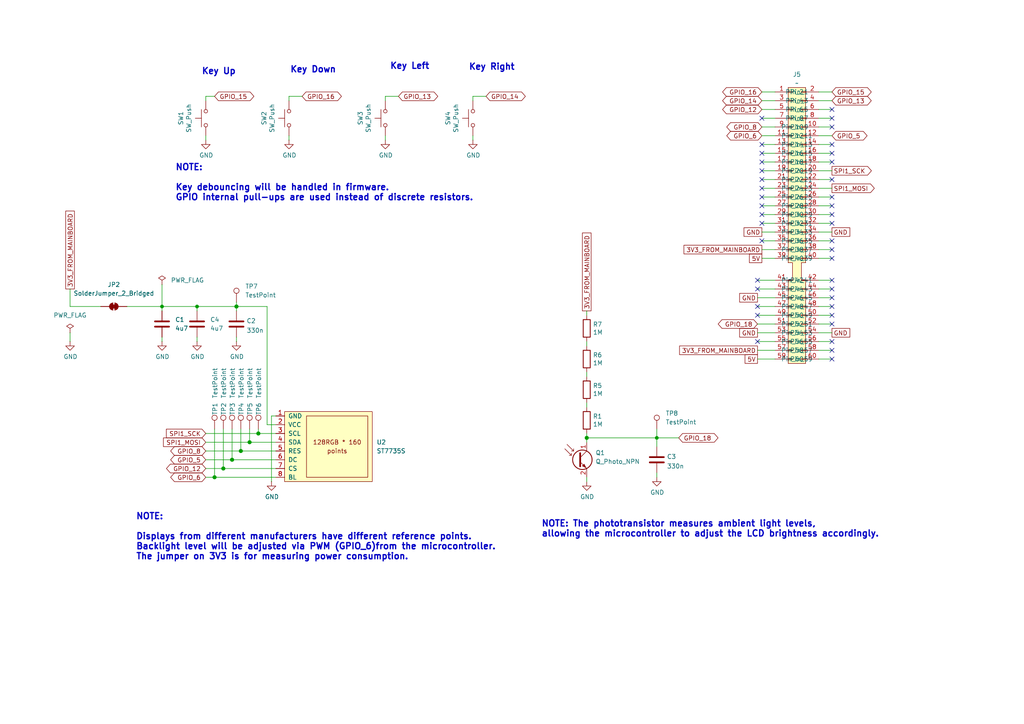
<source format=kicad_sch>
(kicad_sch (version 20250114) (generator "eeschema") (generator_version "9.0")
  (paper "A4")
  (lib_symbols
    (symbol "Connector:TestPoint" (pin_numbers (hide yes)) (pin_names (offset 0.762) (hide yes))
      (property "Reference" "TP" (at 0 6.858 0))
      (property "Value" "TestPoint" (at 0 5.08 0))
      (symbol "TestPoint_0_1"
        (circle (center 0 3.302) (radius 0.762))
      )
      (symbol "TestPoint_1_1"
        (pin passive line (at 0 0 90) (length 2.54) (name "1") (number "1"))
      )
    )
    (symbol "Device:C" (pin_numbers (hide yes)) (pin_names (offset 0.254))
      (property "Reference" "C" (at 0.635 2.54 0))
      (property "Value" "C" (at 0.635 -2.54 0))
      (symbol "C_0_1"
        (polyline (pts (xy -2.032 0.762) (xy 2.032 0.762)) (stroke (width 0.508)))
        (polyline (pts (xy -2.032 -0.762) (xy 2.032 -0.762)) (stroke (width 0.508)))
      )
      (symbol "C_1_1"
        (pin passive line (at 0 3.81 270) (length 2.794) (name "~") (number "1"))
        (pin passive line (at 0 -3.81 90) (length 2.794) (name "~") (number "2"))
      )
    )
    (symbol "Device:Q_Photo_NPN" (pin_names (offset 0) (hide yes))
      (property "Reference" "Q" (at 5.08 1.27 0))
      (property "Value" "Q_Photo_NPN" (at 5.08 -1.27 0))
      (symbol "Q_Photo_NPN_0_1"
        (polyline (pts (xy -3.81 3.175) (xy -1.905 1.27) (xy -1.905 1.905)))
        (polyline (pts (xy -3.175 4.445) (xy -1.27 2.54) (xy -1.27 3.175)))
        (polyline (pts (xy -1.905 1.27) (xy -2.54 1.27)))
        (polyline (pts (xy -1.27 2.54) (xy -1.905 2.54)))
        (polyline (pts (xy 0.635 1.905) (xy 0.635 -1.905) (xy 0.635 -1.905)) (stroke (width 0.508)))
        (polyline (pts (xy 0.635 0.635) (xy 2.54 2.54)))
        (polyline (pts (xy 0.635 -0.635) (xy 2.54 -2.54) (xy 2.54 -2.54)))
        (circle (center 1.27 0) (radius 2.8194) (stroke (width 0.254)))
        (polyline (pts (xy 1.27 -1.778) (xy 1.778 -1.27) (xy 2.286 -2.286) (xy 1.27 -1.778) (xy 1.27 -1.778)) (fill (type outline)))
      )
      (symbol "Q_Photo_NPN_1_1"
        (pin passive line (at 2.54 5.08 270) (length 2.54) (name "C") (number "1"))
        (pin passive line (at 2.54 -5.08 90) (length 2.54) (name "E") (number "2"))
      )
    )
    (symbol "Device:R" (pin_numbers (hide yes)) (pin_names (offset 0))
      (property "Reference" "R" (at 2.032 0 90))
      (property "Value" "R" (at 0 0 90))
      (symbol "R_0_1"
        (rectangle (start -1.016 -2.54) (end 1.016 2.54) (stroke (width 0.254)))
      )
      (symbol "R_1_1"
        (pin passive line (at 0 3.81 270) (length 1.27) (name "~") (number "1"))
        (pin passive line (at 0 -3.81 90) (length 1.27) (name "~") (number "2"))
      )
    )
    (symbol "HardwareDataLogger:ExtenionCardConnector"
      (property "Reference" "J" (at 0 0 0))
      (symbol "ExtenionCardConnector_1_1"
        (polyline (pts (xy -2.54 -2.54) (xy 2.54 -2.54) (xy 2.54 -53.34) (xy 1.27 -53.34) (xy 1.27 -58.42) (xy 2.54 -58.42) (xy 2.54 -82.55) (xy -2.54 -82.55) (xy -2.54 -58.42) (xy -1.27 -58.42) (xy -1.27 -53.34) (xy -2.54 -53.34) (xy -2.54 -2.54)) (fill (type background)))
        (rectangle (start -2.54 -3.683) (end -1.27 -3.937) (stroke (width 0.1524)))
        (rectangle (start -2.54 -6.223) (end -1.27 -6.477) (stroke (width 0.1524)))
        (rectangle (start -2.54 -8.763) (end -1.27 -9.017) (stroke (width 0.1524)))
        (rectangle (start -2.54 -11.303) (end -1.27 -11.557) (stroke (width 0.1524)))
        (rectangle (start -2.54 -13.843) (end -1.27 -14.097) (stroke (width 0.1524)))
        (rectangle (start -2.54 -16.383) (end -1.27 -16.637) (stroke (width 0.1524)))
        (rectangle (start -2.54 -18.923) (end -1.27 -19.177) (stroke (width 0.1524)))
        (rectangle (start -2.54 -21.463) (end -1.27 -21.717) (stroke (width 0.1524)))
        (rectangle (start -2.54 -24.003) (end -1.27 -24.257) (stroke (width 0.1524)))
        (rectangle (start -2.54 -26.543) (end -1.27 -26.797) (stroke (width 0.1524)))
        (rectangle (start -2.54 -29.083) (end -1.27 -29.337) (stroke (width 0.1524)))
        (rectangle (start -2.54 -31.623) (end -1.27 -31.877) (stroke (width 0.1524)))
        (rectangle (start -2.54 -34.163) (end -1.27 -34.417) (stroke (width 0.1524)))
        (rectangle (start -2.54 -36.703) (end -1.27 -36.957) (stroke (width 0.1524)))
        (rectangle (start -2.54 -39.243) (end -1.27 -39.497) (stroke (width 0.1524)))
        (rectangle (start -2.54 -41.783) (end -1.27 -42.037) (stroke (width 0.1524)))
        (rectangle (start -2.54 -44.323) (end -1.27 -44.577) (stroke (width 0.1524)))
        (rectangle (start -2.54 -46.863) (end -1.27 -47.117) (stroke (width 0.1524)))
        (rectangle (start -2.54 -49.403) (end -1.27 -49.657) (stroke (width 0.1524)))
        (rectangle (start -2.54 -51.943) (end -1.27 -52.197) (stroke (width 0.1524)))
        (rectangle (start -2.54 -58.293) (end -1.27 -58.547) (stroke (width 0.1524)))
        (rectangle (start -2.54 -60.833) (end -1.27 -61.087) (stroke (width 0.1524)))
        (rectangle (start -2.54 -63.373) (end -1.27 -63.627) (stroke (width 0.1524)))
        (rectangle (start -2.54 -65.913) (end -1.27 -66.167) (stroke (width 0.1524)))
        (rectangle (start -2.54 -68.453) (end -1.27 -68.707) (stroke (width 0.1524)))
        (rectangle (start -2.54 -70.993) (end -1.27 -71.247) (stroke (width 0.1524)))
        (rectangle (start -2.54 -73.533) (end -1.27 -73.787) (stroke (width 0.1524)))
        (rectangle (start -2.54 -76.073) (end -1.27 -76.327) (stroke (width 0.1524)))
        (rectangle (start -2.54 -78.613) (end -1.27 -78.867) (stroke (width 0.1524)))
        (rectangle (start -2.54 -81.153) (end -1.27 -81.407) (stroke (width 0.1524)))
        (rectangle (start 2.54 -3.683) (end 1.27 -3.937) (stroke (width 0.1524)))
        (rectangle (start 2.54 -6.223) (end 1.27 -6.477) (stroke (width 0.1524)))
        (rectangle (start 2.54 -8.763) (end 1.27 -9.017) (stroke (width 0.1524)))
        (rectangle (start 2.54 -11.303) (end 1.27 -11.557) (stroke (width 0.1524)))
        (rectangle (start 2.54 -13.843) (end 1.27 -14.097) (stroke (width 0.1524)))
        (rectangle (start 2.54 -16.383) (end 1.27 -16.637) (stroke (width 0.1524)))
        (rectangle (start 2.54 -18.923) (end 1.27 -19.177) (stroke (width 0.1524)))
        (rectangle (start 2.54 -21.463) (end 1.27 -21.717) (stroke (width 0.1524)))
        (rectangle (start 2.54 -24.003) (end 1.27 -24.257) (stroke (width 0.1524)))
        (rectangle (start 2.54 -26.543) (end 1.27 -26.797) (stroke (width 0.1524)))
        (rectangle (start 2.54 -29.083) (end 1.27 -29.337) (stroke (width 0.1524)))
        (rectangle (start 2.54 -31.623) (end 1.27 -31.877) (stroke (width 0.1524)))
        (rectangle (start 2.54 -34.163) (end 1.27 -34.417) (stroke (width 0.1524)))
        (rectangle (start 2.54 -36.703) (end 1.27 -36.957) (stroke (width 0.1524)))
        (rectangle (start 2.54 -39.243) (end 1.27 -39.497) (stroke (width 0.1524)))
        (rectangle (start 2.54 -41.783) (end 1.27 -42.037) (stroke (width 0.1524)))
        (rectangle (start 2.54 -44.323) (end 1.27 -44.577) (stroke (width 0.1524)))
        (rectangle (start 2.54 -46.863) (end 1.27 -47.117) (stroke (width 0.1524)))
        (rectangle (start 2.54 -49.403) (end 1.27 -49.657) (stroke (width 0.1524)))
        (rectangle (start 2.54 -51.943) (end 1.27 -52.197) (stroke (width 0.1524)))
        (rectangle (start 2.54 -58.293) (end 1.27 -58.547) (stroke (width 0.1524)))
        (rectangle (start 2.54 -60.833) (end 1.27 -61.087) (stroke (width 0.1524)))
        (rectangle (start 2.54 -63.373) (end 1.27 -63.627) (stroke (width 0.1524)))
        (rectangle (start 2.54 -65.913) (end 1.27 -66.167) (stroke (width 0.1524)))
        (rectangle (start 2.54 -68.453) (end 1.27 -68.707) (stroke (width 0.1524)))
        (rectangle (start 2.54 -70.993) (end 1.27 -71.247) (stroke (width 0.1524)))
        (rectangle (start 2.54 -73.533) (end 1.27 -73.787) (stroke (width 0.1524)))
        (rectangle (start 2.54 -76.073) (end 1.27 -76.327) (stroke (width 0.1524)))
        (rectangle (start 2.54 -78.613) (end 1.27 -78.867) (stroke (width 0.1524)))
        (rectangle (start 2.54 -81.153) (end 1.27 -81.407) (stroke (width 0.1524)))
        (pin passive line (at -6.35 -3.81 0) (length 3.81) (name "Pin_1") (number "1"))
        (pin passive line (at -6.35 -6.35 0) (length 3.81) (name "Pin_3") (number "3"))
        (pin passive line (at -6.35 -8.89 0) (length 3.81) (name "Pin_5") (number "5"))
        (pin passive line (at -6.35 -11.43 0) (length 3.81) (name "Pin_7") (number "7"))
        (pin passive line (at -6.35 -13.97 0) (length 3.81) (name "Pin_9") (number "9"))
        (pin passive line (at -6.35 -16.51 0) (length 3.81) (name "Pin_11") (number "11"))
        (pin passive line (at -6.35 -19.05 0) (length 3.81) (name "Pin_13") (number "13"))
        (pin passive line (at -6.35 -21.59 0) (length 3.81) (name "Pin_15") (number "15"))
        (pin passive line (at -6.35 -24.13 0) (length 3.81) (name "Pin_17") (number "17"))
        (pin passive line (at -6.35 -26.67 0) (length 3.81) (name "Pin_19") (number "19"))
        (pin passive line (at -6.35 -29.21 0) (length 3.81) (name "Pin_21") (number "21"))
        (pin passive line (at -6.35 -31.75 0) (length 3.81) (name "Pin_23") (number "23"))
        (pin passive line (at -6.35 -34.29 0) (length 3.81) (name "Pin_25") (number "25"))
        (pin passive line (at -6.35 -36.83 0) (length 3.81) (name "Pin_27") (number "27"))
        (pin passive line (at -6.35 -39.37 0) (length 3.81) (name "Pin_29") (number "29"))
        (pin passive line (at -6.35 -41.91 0) (length 3.81) (name "Pin_31") (number "31"))
        (pin passive line (at -6.35 -44.45 0) (length 3.81) (name "Pin_33") (number "33"))
        (pin passive line (at -6.35 -46.99 0) (length 3.81) (name "Pin_35") (number "35"))
        (pin passive line (at -6.35 -49.53 0) (length 3.81) (name "Pin_37") (number "37"))
        (pin passive line (at -6.35 -52.07 0) (length 3.81) (name "Pin_39") (number "39"))
        (pin passive line (at -6.35 -58.42 0) (length 3.81) (name "Pin_41") (number "41"))
        (pin passive line (at -6.35 -60.96 0) (length 3.81) (name "Pin_43") (number "43"))
        (pin passive line (at -6.35 -63.5 0) (length 3.81) (name "Pin_45") (number "45"))
        (pin passive line (at -6.35 -66.04 0) (length 3.81) (name "Pin_47") (number "47"))
        (pin passive line (at -6.35 -68.58 0) (length 3.81) (name "Pin_49") (number "49"))
        (pin passive line (at -6.35 -71.12 0) (length 3.81) (name "Pin_51") (number "51"))
        (pin passive line (at -6.35 -73.66 0) (length 3.81) (name "Pin_53") (number "53"))
        (pin passive line (at -6.35 -76.2 0) (length 3.81) (name "Pin_55") (number "55"))
        (pin passive line (at -6.35 -78.74 0) (length 3.81) (name "Pin_57") (number "57"))
        (pin passive line (at -6.35 -81.28 0) (length 3.81) (name "Pin_59") (number "59"))
        (pin passive line (at 6.35 -3.81 180) (length 3.81) (name "Pin_2") (number "2"))
        (pin passive line (at 6.35 -6.35 180) (length 3.81) (name "Pin_4") (number "4"))
        (pin passive line (at 6.35 -8.89 180) (length 3.81) (name "Pin_6") (number "6"))
        (pin passive line (at 6.35 -11.43 180) (length 3.81) (name "Pin_8") (number "8"))
        (pin passive line (at 6.35 -13.97 180) (length 3.81) (name "Pin_10") (number "10"))
        (pin passive line (at 6.35 -16.51 180) (length 3.81) (name "Pin_12") (number "12"))
        (pin passive line (at 6.35 -19.05 180) (length 3.81) (name "Pin_14") (number "14"))
        (pin passive line (at 6.35 -21.59 180) (length 3.81) (name "Pin_16") (number "16"))
        (pin passive line (at 6.35 -24.13 180) (length 3.81) (name "Pin_18") (number "18"))
        (pin passive line (at 6.35 -26.67 180) (length 3.81) (name "Pin_20") (number "20"))
        (pin passive line (at 6.35 -29.21 180) (length 3.81) (name "Pin_22") (number "22"))
        (pin passive line (at 6.35 -31.75 180) (length 3.81) (name "Pin_24") (number "24"))
        (pin passive line (at 6.35 -34.29 180) (length 3.81) (name "Pin_26") (number "26"))
        (pin passive line (at 6.35 -36.83 180) (length 3.81) (name "Pin_28") (number "28"))
        (pin passive line (at 6.35 -39.37 180) (length 3.81) (name "Pin_30") (number "30"))
        (pin passive line (at 6.35 -41.91 180) (length 3.81) (name "Pin_32") (number "32"))
        (pin passive line (at 6.35 -44.45 180) (length 3.81) (name "Pin_34") (number "34"))
        (pin passive line (at 6.35 -46.99 180) (length 3.81) (name "Pin_36") (number "36"))
        (pin passive line (at 6.35 -49.53 180) (length 3.81) (name "Pin_38") (number "38"))
        (pin passive line (at 6.35 -52.07 180) (length 3.81) (name "Pin_40") (number "40"))
        (pin passive line (at 6.35 -58.42 180) (length 3.81) (name "Pin_42") (number "42"))
        (pin passive line (at 6.35 -60.96 180) (length 3.81) (name "Pin_44") (number "44"))
        (pin passive line (at 6.35 -63.5 180) (length 3.81) (name "Pin_46") (number "46"))
        (pin passive line (at 6.35 -66.04 180) (length 3.81) (name "Pin_48") (number "48"))
        (pin passive line (at 6.35 -68.58 180) (length 3.81) (name "Pin_50") (number "50"))
        (pin passive line (at 6.35 -71.12 180) (length 3.81) (name "Pin_52") (number "52"))
        (pin passive line (at 6.35 -73.66 180) (length 3.81) (name "Pin_54") (number "54"))
        (pin passive line (at 6.35 -76.2 180) (length 3.81) (name "Pin_56") (number "56"))
        (pin passive line (at 6.35 -78.74 180) (length 3.81) (name "Pin_58") (number "58"))
        (pin passive line (at 6.35 -81.28 180) (length 3.81) (name "Pin_60") (number "60"))
      )
    )
    (symbol "HumanMachineInterface:ST7735S" (pin_names (offset 1.016))
      (property "Reference" "U" (at 12.7 3.81 0))
      (property "Value" "ST7735S" (at 12.7 1.27 0))
      (symbol "ST7735S_0_0"
        (text "128RGB * 160" (at 15.24 -8.89 0) (effects (font (size 1.27 1.27))))
        (text "points" (at 15.24 -11.43 0) (effects (font (size 1.27 1.27))))
      )
      (symbol "ST7735S_0_1"
        (rectangle (start 0 0) (end 25.4 -20.32) (fill (type background)))
        (rectangle (start 6.35 -1.27) (end 24.13 -19.05))
      )
      (symbol "ST7735S_1_1"
        (pin input line (at -2.54 -1.27 0) (length 2.54) (name "GND") (number "1"))
        (pin power_in line (at -2.54 -3.81 0) (length 2.54) (name "VCC") (number "2"))
        (pin input line (at -2.54 -6.35 0) (length 2.54) (name "SCL") (number "3"))
        (pin input line (at -2.54 -8.89 0) (length 2.54) (name "SDA") (number "4"))
        (pin input line (at -2.54 -11.43 0) (length 2.54) (name "RES") (number "5"))
        (pin input line (at -2.54 -13.97 0) (length 2.54) (name "DC") (number "6"))
        (pin input line (at -2.54 -16.51 0) (length 2.54) (name "CS") (number "7"))
        (pin input line (at -2.54 -19.05 0) (length 2.54) (name "BL") (number "8"))
      )
    )
    (symbol "Jumper:SolderJumper_2_Bridged" (pin_numbers (hide yes)) (pin_names (offset 0) (hide yes)) (exclude_from_sim yes) (in_bom no)
      (property "Reference" "JP" (at 0 2.032 0))
      (property "Value" "SolderJumper_2_Bridged" (at 0 -2.54 0))
      (symbol "SolderJumper_2_Bridged_0_1"
        (rectangle (start -0.508 0.508) (end 0.508 -0.508) (fill (type outline)))
        (polyline (pts (xy -0.254 1.016) (xy -0.254 -1.016)))
        (arc (start -0.254 -1.016) (mid -1.2656 0) (end -0.254 1.016))
        (arc (start -0.254 -1.016) (mid -1.2656 0) (end -0.254 1.016) (fill (type outline)))
        (arc (start 0.254 1.016) (mid 1.2656 0) (end 0.254 -1.016))
        (arc (start 0.254 1.016) (mid 1.2656 0) (end 0.254 -1.016) (fill (type outline)))
        (polyline (pts (xy 0.254 1.016) (xy 0.254 -1.016)))
      )
      (symbol "SolderJumper_2_Bridged_1_1"
        (pin passive line (at -3.81 0 0) (length 2.54) (name "A") (number "1"))
        (pin passive line (at 3.81 0 180) (length 2.54) (name "B") (number "2"))
      )
    )
    (symbol "Switch:SW_Push" (pin_numbers (hide yes)) (pin_names (offset 1.016) (hide yes))
      (property "Reference" "SW" (at 1.27 2.54 0))
      (property "Value" "SW_Push" (at 0 -1.524 0))
      (symbol "SW_Push_0_1"
        (circle (center -2.032 0) (radius 0.508))
        (polyline (pts (xy 0 1.27) (xy 0 3.048)))
        (circle (center 2.032 0) (radius 0.508))
        (polyline (pts (xy 2.54 1.27) (xy -2.54 1.27)))
        (pin passive line (at -5.08 0 0) (length 2.54) (name "1") (number "1"))
        (pin passive line (at 5.08 0 180) (length 2.54) (name "2") (number "2"))
      )
    )
    (symbol "power:GND" (power) (pin_numbers (hide yes)) (pin_names (offset 0) (hide yes))
      (property "Value" "GND" (at 0 -3.81 0))
      (symbol "GND_0_1"
        (polyline (pts (xy 0 0) (xy 0 -1.27) (xy 1.27 -1.27) (xy 0 -2.54) (xy -1.27 -1.27) (xy 0 -1.27)))
      )
      (symbol "GND_1_1"
        (pin power_in line (at 0 0 270) (length 0) (name "~") (number "1"))
      )
    )
    (symbol "power:PWR_FLAG" (power) (pin_numbers (hide yes)) (pin_names (offset 0) (hide yes))
      (property "Value" "PWR_FLAG" (at 0 3.81 0))
      (symbol "PWR_FLAG_0_0"
        (pin power_out line (at 0 0 90) (length 0) (name "~") (number "1"))
      )
      (symbol "PWR_FLAG_0_1"
        (polyline (pts (xy 0 0) (xy 0 1.27) (xy -1.016 1.905) (xy 0 2.54) (xy 1.016 1.905) (xy 0 1.27)))
      )
    )
  )
  (text "NOTE: The phototransistor measures ambient light levels, \nallowing the microcontroller to adjust the LCD brightness accordingly." (at 156.972 155.956 0) (effects (font (size 1.8034 1.8034) (thickness 0.3607) (bold yes)) (justify left bottom)))
  (text "NOTE:\n\nKey debouncing will be handled in firmware.\nGPIO internal pull-ups are used instead of discrete resistors." (at 50.8 58.42 0) (effects (font (size 1.8034 1.8034) (thickness 0.3607) (bold yes)) (justify left bottom)))
  (text "Key Right" (at 135.89 20.574 0) (effects (font (size 1.8034 1.8034) (thickness 0.3607) (bold yes)) (justify left bottom)))
  (text "NOTE:\n\nDisplays from different manufacturers have different reference points.\nBacklight level will be adjusted via PWM (GPIO_6)from the microcontroller.\nThe jumper on 3V3 is for measuring power consumption." (at 39.37 162.56 0) (effects (font (size 1.8034 1.8034) (thickness 0.3607) (bold yes)) (justify left bottom)))
  (text "Key Up" (at 58.42 21.844 0) (effects (font (size 1.8034 1.8034) (thickness 0.3607) (bold yes)) (justify left bottom)))
  (text "Key Down" (at 84.074 21.336 0) (effects (font (size 1.8034 1.8034) (thickness 0.3607) (bold yes)) (justify left bottom)))
  (text "Key Left" (at 113.03 20.32 0) (effects (font (size 1.8034 1.8034) (thickness 0.3607) (bold yes)) (justify left bottom)))
  (junction (at 170.18 127) (diameter 1.016))
  (junction (at 190.5 127))
  (junction (at 74.93 125.73) (diameter 1.016))
  (junction (at 57.15 88.9))
  (junction (at 67.31 133.35) (diameter 1.016))
  (junction (at 69.85 130.81) (diameter 1.016))
  (junction (at 46.99 88.9))
  (junction (at 68.58 88.9) (diameter 1.016))
  (junction (at 72.39 128.27) (diameter 1.016))
  (junction (at 64.77 135.89) (diameter 1.016))
  (junction (at 62.23 138.43) (diameter 1.016))
  (no_connect (at 241.3 83.82))
  (no_connect (at 241.3 46.99))
  (no_connect (at 241.3 44.45))
  (no_connect (at 219.71 99.06))
  (no_connect (at 241.3 74.93))
  (no_connect (at 220.98 62.23))
  (no_connect (at 241.3 99.06))
  (no_connect (at 220.98 54.61))
  (no_connect (at 220.98 44.45))
  (no_connect (at 241.3 86.36))
  (no_connect (at 220.98 57.15))
  (no_connect (at 241.3 52.07))
  (no_connect (at 241.3 64.77))
  (no_connect (at 220.98 69.85))
  (no_connect (at 241.3 34.29))
  (no_connect (at 241.3 101.6))
  (no_connect (at 241.3 41.91))
  (no_connect (at 241.3 93.98))
  (no_connect (at 241.3 72.39))
  (no_connect (at 241.3 91.44))
  (no_connect (at 241.3 88.9))
  (no_connect (at 241.3 36.83))
  (no_connect (at 241.3 104.14))
  (no_connect (at 220.98 41.91))
  (no_connect (at 219.71 83.82))
  (no_connect (at 241.3 57.15))
  (no_connect (at 220.98 52.07))
  (no_connect (at 241.3 81.28))
  (no_connect (at 241.3 69.85))
  (no_connect (at 220.98 46.99))
  (no_connect (at 241.3 62.23))
  (no_connect (at 219.71 88.9))
  (no_connect (at 219.71 81.28))
  (no_connect (at 220.98 64.77))
  (no_connect (at 219.71 91.44))
  (no_connect (at 220.98 34.29))
  (no_connect (at 241.3 59.69))
  (no_connect (at 220.98 59.69))
  (no_connect (at 241.3 31.75))
  (no_connect (at 220.98 49.53))
  (wire (pts (xy 59.69 27.94) (xy 62.23 27.94)))
  (wire (pts (xy 83.82 27.94) (xy 83.82 29.21)))
  (wire (pts (xy 137.16 40.64) (xy 137.16 39.37)))
  (wire (pts (xy 224.79 44.45) (xy 220.98 44.45)))
  (wire (pts (xy 224.79 39.37) (xy 220.98 39.37)))
  (wire (pts (xy 224.79 83.82) (xy 219.71 83.82)))
  (wire (pts (xy 224.79 86.36) (xy 219.71 86.36)))
  (wire (pts (xy 111.76 40.64) (xy 111.76 39.37)))
  (wire (pts (xy 59.69 133.35) (xy 67.31 133.35)))
  (wire (pts (xy 190.5 127) (xy 190.5 129.54)))
  (wire (pts (xy 224.79 31.75) (xy 220.98 31.75)))
  (wire (pts (xy 59.69 125.73) (xy 74.93 125.73)))
  (wire (pts (xy 170.18 138.43) (xy 170.18 139.7)))
  (wire (pts (xy 241.3 72.39) (xy 237.49 72.39)))
  (wire (pts (xy 241.3 26.67) (xy 237.49 26.67)))
  (wire (pts (xy 140.97 27.94) (xy 137.16 27.94)))
  (wire (pts (xy 241.3 96.52) (xy 237.49 96.52)))
  (wire (pts (xy 241.3 81.28) (xy 237.49 81.28)))
  (wire (pts (xy 69.85 124.46) (xy 69.85 130.81)))
  (wire (pts (xy 224.79 46.99) (xy 220.98 46.99)))
  (wire (pts (xy 46.99 88.9) (xy 46.99 90.17)))
  (wire (pts (xy 241.3 74.93) (xy 237.49 74.93)))
  (wire (pts (xy 241.3 67.31) (xy 237.49 67.31)))
  (wire (pts (xy 241.3 59.69) (xy 237.49 59.69)))
  (wire (pts (xy 59.69 128.27) (xy 72.39 128.27)))
  (wire (pts (xy 241.3 29.21) (xy 237.49 29.21)))
  (wire (pts (xy 69.85 130.81) (xy 80.01 130.81)))
  (wire (pts (xy 62.23 138.43) (xy 80.01 138.43)))
  (wire (pts (xy 241.3 93.98) (xy 237.49 93.98)))
  (wire (pts (xy 241.3 44.45) (xy 237.49 44.45)))
  (wire (pts (xy 20.32 88.9) (xy 29.21 88.9)))
  (wire (pts (xy 241.3 41.91) (xy 237.49 41.91)))
  (wire (pts (xy 241.3 64.77) (xy 237.49 64.77)))
  (wire (pts (xy 224.79 81.28) (xy 219.71 81.28)))
  (wire (pts (xy 241.3 36.83) (xy 237.49 36.83)))
  (wire (pts (xy 224.79 67.31) (xy 220.98 67.31)))
  (wire (pts (xy 57.15 97.79) (xy 57.15 99.06)))
  (wire (pts (xy 170.18 125.73) (xy 170.18 127)))
  (wire (pts (xy 72.39 124.46) (xy 72.39 128.27)))
  (wire (pts (xy 224.79 29.21) (xy 220.98 29.21)))
  (wire (pts (xy 59.69 40.64) (xy 59.69 39.37)))
  (wire (pts (xy 224.79 41.91) (xy 220.98 41.91)))
  (wire (pts (xy 57.15 88.9) (xy 57.15 90.17)))
  (wire (pts (xy 241.3 88.9) (xy 237.49 88.9)))
  (wire (pts (xy 83.82 40.64) (xy 83.82 39.37)))
  (wire (pts (xy 241.3 83.82) (xy 237.49 83.82)))
  (wire (pts (xy 224.79 72.39) (xy 220.98 72.39)))
  (wire (pts (xy 170.18 127) (xy 190.5 127)))
  (wire (pts (xy 241.3 104.14) (xy 237.49 104.14)))
  (wire (pts (xy 241.3 57.15) (xy 237.49 57.15)))
  (wire (pts (xy 224.79 99.06) (xy 219.71 99.06)))
  (wire (pts (xy 36.83 88.9) (xy 46.99 88.9)))
  (wire (pts (xy 241.3 69.85) (xy 237.49 69.85)))
  (wire (pts (xy 241.3 31.75) (xy 237.49 31.75)))
  (wire (pts (xy 241.3 62.23) (xy 237.49 62.23)))
  (wire (pts (xy 59.69 27.94) (xy 59.69 29.21)))
  (wire (pts (xy 46.99 82.55) (xy 46.99 88.9)))
  (wire (pts (xy 68.58 87.63) (xy 68.58 88.9)))
  (wire (pts (xy 68.58 97.79) (xy 68.58 99.06)))
  (wire (pts (xy 68.58 90.17) (xy 68.58 88.9)))
  (wire (pts (xy 190.5 137.16) (xy 190.5 138.43)))
  (wire (pts (xy 62.23 124.46) (xy 62.23 138.43)))
  (wire (pts (xy 241.3 99.06) (xy 237.49 99.06)))
  (wire (pts (xy 224.79 34.29) (xy 220.98 34.29)))
  (wire (pts (xy 115.57 27.94) (xy 111.76 27.94)))
  (wire (pts (xy 224.79 104.14) (xy 219.71 104.14)))
  (wire (pts (xy 170.18 116.84) (xy 170.18 118.11)))
  (wire (pts (xy 77.47 123.19) (xy 80.01 123.19)))
  (wire (pts (xy 57.15 88.9) (xy 68.58 88.9)))
  (wire (pts (xy 67.31 124.46) (xy 67.31 133.35)))
  (wire (pts (xy 74.93 124.46) (xy 74.93 125.73)))
  (wire (pts (xy 224.79 101.6) (xy 219.71 101.6)))
  (wire (pts (xy 241.3 46.99) (xy 237.49 46.99)))
  (wire (pts (xy 72.39 128.27) (xy 80.01 128.27)))
  (wire (pts (xy 20.32 83.82) (xy 20.32 88.9)))
  (wire (pts (xy 77.47 88.9) (xy 77.47 123.19)))
  (wire (pts (xy 224.79 59.69) (xy 220.98 59.69)))
  (wire (pts (xy 224.79 52.07) (xy 220.98 52.07)))
  (wire (pts (xy 224.79 36.83) (xy 220.98 36.83)))
  (wire (pts (xy 224.79 64.77) (xy 220.98 64.77)))
  (wire (pts (xy 224.79 26.67) (xy 220.98 26.67)))
  (wire (pts (xy 46.99 88.9) (xy 57.15 88.9)))
  (wire (pts (xy 224.79 62.23) (xy 220.98 62.23)))
  (wire (pts (xy 190.5 127) (xy 196.85 127)))
  (wire (pts (xy 224.79 49.53) (xy 220.98 49.53)))
  (wire (pts (xy 83.82 27.94) (xy 87.63 27.94)))
  (wire (pts (xy 241.3 34.29) (xy 237.49 34.29)))
  (wire (pts (xy 59.69 130.81) (xy 69.85 130.81)))
  (wire (pts (xy 224.79 88.9) (xy 219.71 88.9)))
  (wire (pts (xy 74.93 125.73) (xy 80.01 125.73)))
  (wire (pts (xy 224.79 57.15) (xy 220.98 57.15)))
  (wire (pts (xy 170.18 99.06) (xy 170.18 100.33)))
  (wire (pts (xy 224.79 54.61) (xy 220.98 54.61)))
  (wire (pts (xy 241.3 54.61) (xy 237.49 54.61)))
  (wire (pts (xy 241.3 86.36) (xy 237.49 86.36)))
  (wire (pts (xy 64.77 124.46) (xy 64.77 135.89)))
  (wire (pts (xy 241.3 49.53) (xy 237.49 49.53)))
  (wire (pts (xy 78.74 120.65) (xy 78.74 139.7)))
  (wire (pts (xy 190.5 124.46) (xy 190.5 127)))
  (wire (pts (xy 241.3 52.07) (xy 237.49 52.07)))
  (wire (pts (xy 241.3 91.44) (xy 237.49 91.44)))
  (wire (pts (xy 224.79 93.98) (xy 219.71 93.98)))
  (wire (pts (xy 224.79 91.44) (xy 219.71 91.44)))
  (wire (pts (xy 137.16 27.94) (xy 137.16 29.21)))
  (wire (pts (xy 170.18 127) (xy 170.18 128.27)))
  (wire (pts (xy 241.3 39.37) (xy 237.49 39.37)))
  (wire (pts (xy 80.01 120.65) (xy 78.74 120.65)))
  (wire (pts (xy 224.79 96.52) (xy 219.71 96.52)))
  (wire (pts (xy 170.18 90.17) (xy 170.18 91.44)))
  (wire (pts (xy 241.3 101.6) (xy 237.49 101.6)))
  (wire (pts (xy 20.32 96.52) (xy 20.32 99.06)))
  (wire (pts (xy 59.69 138.43) (xy 62.23 138.43)))
  (wire (pts (xy 224.79 74.93) (xy 220.98 74.93)))
  (wire (pts (xy 46.99 97.79) (xy 46.99 99.06)))
  (wire (pts (xy 59.69 135.89) (xy 64.77 135.89)))
  (wire (pts (xy 64.77 135.89) (xy 80.01 135.89)))
  (wire (pts (xy 67.31 133.35) (xy 80.01 133.35)))
  (wire (pts (xy 68.58 88.9) (xy 77.47 88.9)))
  (wire (pts (xy 224.79 69.85) (xy 220.98 69.85)))
  (wire (pts (xy 170.18 107.95) (xy 170.18 109.22)))
  (wire (pts (xy 111.76 27.94) (xy 111.76 29.21)))
  (global_label "GND" (shape passive) (at 219.71 86.36 180) (property "Intersheetrefs" "${INTERSHEET_REFS}" (effects (hide yes))))
  (global_label "3V3_FROM_MAINBOARD" (shape passive) (at 219.71 101.6 180) (property "Intersheetrefs" "${INTERSHEET_REFS}" (effects (hide yes))))
  (global_label "SPI1_SCK" (shape input) (at 59.69 125.73 180) (property "Intersheetrefs" "${INTERSHEET_REFS}" (effects (hide yes))))
  (global_label "SPI1_MOSI" (shape input) (at 59.69 128.27 180) (property "Intersheetrefs" "${INTERSHEET_REFS}" (effects (hide yes))))
  (global_label "GPIO_5" (shape bidirectional) (at 241.3 39.37 0) (property "Intersheetrefs" "${INTERSHEET_REFS}" (effects (hide yes))))
  (global_label "GPIO_16" (shape bidirectional) (at 87.63 27.94 0) (property "Intersheetrefs" "${INTERSHEET_REFS}" (effects (hide yes))))
  (global_label "GPIO_13" (shape bidirectional) (at 241.3 29.21 0) (property "Intersheetrefs" "${INTERSHEET_REFS}" (effects (hide yes))))
  (global_label "GPIO_18" (shape bidirectional) (at 219.71 93.98 180) (property "Intersheetrefs" "${INTERSHEET_REFS}" (effects (hide yes))))
  (global_label "GPIO_5" (shape bidirectional) (at 59.69 133.35 180) (property "Intersheetrefs" "${INTERSHEET_REFS}" (effects (hide yes))))
  (global_label "5V" (shape passive) (at 220.98 74.93 180) (property "Intersheetrefs" "${INTERSHEET_REFS}" (effects (hide yes))))
  (global_label "GND" (shape passive) (at 241.3 67.31 0) (property "Intersheetrefs" "${INTERSHEET_REFS}" (effects (hide yes))))
  (global_label "GPIO_8" (shape bidirectional) (at 59.69 130.81 180) (property "Intersheetrefs" "${INTERSHEET_REFS}" (effects (hide yes))))
  (global_label "GPIO_6" (shape bidirectional) (at 220.98 39.37 180) (property "Intersheetrefs" "${INTERSHEET_REFS}" (effects (hide yes))))
  (global_label "GND" (shape passive) (at 219.71 96.52 180) (property "Intersheetrefs" "${INTERSHEET_REFS}" (effects (hide yes))))
  (global_label "5V" (shape passive) (at 219.71 104.14 180) (property "Intersheetrefs" "${INTERSHEET_REFS}" (effects (hide yes))))
  (global_label "GND" (shape passive) (at 241.3 96.52 0) (property "Intersheetrefs" "${INTERSHEET_REFS}" (effects (hide yes))))
  (global_label "GPIO_16" (shape bidirectional) (at 220.98 26.67 180) (property "Intersheetrefs" "${INTERSHEET_REFS}" (effects (hide yes))))
  (global_label "GPIO_14" (shape bidirectional) (at 220.98 29.21 180) (property "Intersheetrefs" "${INTERSHEET_REFS}" (effects (hide yes))))
  (global_label "3V3_FROM_MAINBOARD" (shape passive) (at 220.98 72.39 180) (property "Intersheetrefs" "${INTERSHEET_REFS}" (effects (hide yes))))
  (global_label "SPI1_MOSI" (shape output) (at 241.3 54.61 0) (property "Intersheetrefs" "${INTERSHEET_REFS}" (effects (hide yes))))
  (global_label "GPIO_15" (shape bidirectional) (at 241.3 26.67 0) (property "Intersheetrefs" "${INTERSHEET_REFS}" (effects (hide yes))))
  (global_label "GND" (shape passive) (at 220.98 67.31 180) (property "Intersheetrefs" "${INTERSHEET_REFS}" (effects (hide yes))))
  (global_label "SPI1_SCK" (shape output) (at 241.3 49.53 0) (property "Intersheetrefs" "${INTERSHEET_REFS}" (effects (hide yes))))
  (global_label "GPIO_18" (shape bidirectional) (at 196.85 127 0) (property "Intersheetrefs" "${INTERSHEET_REFS}" (effects (hide yes))))
  (global_label "GPIO_13" (shape bidirectional) (at 115.57 27.94 0) (property "Intersheetrefs" "${INTERSHEET_REFS}" (effects (hide yes))))
  (global_label "GPIO_15" (shape bidirectional) (at 62.23 27.94 0) (property "Intersheetrefs" "${INTERSHEET_REFS}" (effects (hide yes))))
  (global_label "GPIO_12" (shape bidirectional) (at 59.69 135.89 180) (property "Intersheetrefs" "${INTERSHEET_REFS}" (effects (hide yes))))
  (global_label "GPIO_12" (shape bidirectional) (at 220.98 31.75 180) (property "Intersheetrefs" "${INTERSHEET_REFS}" (effects (hide yes))))
  (global_label "GPIO_8" (shape bidirectional) (at 220.98 36.83 180) (property "Intersheetrefs" "${INTERSHEET_REFS}" (effects (hide yes))))
  (global_label "GPIO_6" (shape bidirectional) (at 59.69 138.43 180) (property "Intersheetrefs" "${INTERSHEET_REFS}" (effects (hide yes))))
  (global_label "GPIO_14" (shape bidirectional) (at 140.97 27.94 0) (property "Intersheetrefs" "${INTERSHEET_REFS}" (effects (hide yes))))
  (global_label "3V3_FROM_MAINBOARD" (shape passive) (at 20.32 83.82 90) (property "Intersheetrefs" "${INTERSHEET_REFS}" (effects (hide yes))))
  (global_label "3V3_FROM_MAINBOARD" (shape passive) (at 170.18 90.17 90) (property "Intersheetrefs" "${INTERSHEET_REFS}" (effects (hide yes))))
  (symbol (lib_id "Device:C") (at 68.58 93.98 0) (unit 1)
    (property "Reference" "C2" (at 71.5011 93.0715 0) (effects (justify left)))
    (property "Value" "330n" (at 71.5011 95.8466 0) (effects (justify left)))
    (property "Footprint" "Capacitor_SMD:C_0805_2012Metric" (effects (hide yes)))
  )
  (symbol (lib_id "Connector:TestPoint") (at 190.5 124.46 0) (unit 1)
    (property "Reference" "TP8" (at 193.04 119.8879 0) (effects (justify left)))
    (property "Value" "TestPoint" (at 193.04 122.4279 0) (effects (justify left)))
    (property "Footprint" "TestPoint:TestPoint_Pad_D1.5mm" (effects (hide yes)))
  )
  (symbol (lib_id "Device:C") (at 46.99 93.98 0) (unit 1)
    (property "Reference" "C1" (at 50.8 92.7099 0) (effects (justify left)))
    (property "Value" "4u7" (at 50.8 95.2499 0) (effects (justify left)))
    (property "Footprint" "Capacitor_SMD:C_0805_2012Metric" (effects (hide yes)))
  )
  (symbol (lib_id "power:GND") (at 78.74 139.7 0) (unit 1)
    (property "Reference" "#PWR04" (effects (hide yes)))
    (property "Value" "GND" (at 78.867 144.0942 0))
    (property "Description" "Power symbol creates a global label with name \"GND\" , ground" (effects (hide yes)))
  )
  (symbol (lib_id "power:GND") (at 83.82 40.64 0) (unit 1)
    (property "Reference" "#PWR05" (effects (hide yes)))
    (property "Value" "GND" (at 83.947 45.0342 0))
    (property "Description" "Power symbol creates a global label with name \"GND\" , ground" (effects (hide yes)))
  )
  (symbol (lib_id "HardwareDataLogger:ExtenionCardConnector") (at 231.14 22.86 0) (unit 1)
    (property "Reference" "J5" (at 231.14 21.59 0))
    (property "Value" "~" (at 231.14 24.13 0))
    (property "Footprint" "HardwareDataLogger:ExtensionConnector" (effects (hide yes)))
  )
  (symbol (lib_id "power:GND") (at 59.69 40.64 0) (unit 1)
    (property "Reference" "#PWR02" (effects (hide yes)))
    (property "Value" "GND" (at 59.817 45.0342 0))
    (property "Description" "Power symbol creates a global label with name \"GND\" , ground" (effects (hide yes)))
  )
  (symbol (lib_id "power:PWR_FLAG") (at 20.32 96.52 0) (unit 1)
    (property "Reference" "#FLG02" (effects (hide yes)))
    (property "Value" "PWR_FLAG" (at 20.32 91.44 0))
    (property "Description" "Special symbol for telling ERC where power comes from" (effects (hide yes)))
  )
  (symbol (lib_id "power:GND") (at 68.58 99.06 0) (unit 1)
    (property "Reference" "#PWR03" (effects (hide yes)))
    (property "Value" "GND" (at 68.707 103.4542 0))
    (property "Description" "Power symbol creates a global label with name \"GND\" , ground" (effects (hide yes)))
  )
  (symbol (lib_id "Switch:SW_Push") (at 137.16 34.29 90) (unit 1)
    (property "Reference" "SW4" (at 129.921 34.29 0))
    (property "Value" "SW_Push" (at 132.2324 34.29 0))
    (property "Footprint" "Button_Switch_SMD:SW_SPST_PTS645Sx43SMTR92" (effects (hide yes)))
    (property "Description" "Push button switch, generic, two pins" (effects (hide yes)))
  )
  (symbol (lib_id "Connector:TestPoint") (at 67.31 124.46 0) (unit 1)
    (property "Reference" "TP3" (at 67.4371 120.44 90) (effects (justify left)))
    (property "Value" "TestPoint" (at 67.4371 115.5951 90) (effects (justify left)))
    (property "Footprint" "TestPoint:TestPoint_Pad_D1.5mm" (effects (hide yes)))
  )
  (symbol (lib_id "power:GND") (at 46.99 99.06 0) (unit 1)
    (property "Reference" "#PWR01" (effects (hide yes)))
    (property "Value" "GND" (at 47.117 103.4542 0))
    (property "Description" "Power symbol creates a global label with name \"GND\" , ground" (effects (hide yes)))
  )
  (symbol (lib_id "power:GND") (at 20.32 99.06 0) (unit 1)
    (property "Reference" "#PWR010" (effects (hide yes)))
    (property "Value" "GND" (at 20.447 103.4542 0))
    (property "Description" "Power symbol creates a global label with name \"GND\" , ground" (effects (hide yes)))
  )
  (symbol (lib_id "Jumper:SolderJumper_2_Bridged") (at 33.02 88.9 0) (unit 1) (exclude_from_sim yes) (in_bom no)
    (property "Reference" "JP2" (at 33.02 82.55 0))
    (property "Value" "SolderJumper_2_Bridged" (at 33.02 85.09 0))
    (property "Footprint" "Jumper:SolderJumper-2_P1.3mm_Bridged_Pad1.0x1.5mm" (effects (hide yes)))
    (property "Description" "Solder Jumper, 2-pole, closed/bridged" (effects (hide yes)))
  )
  (symbol (lib_id "Device:R") (at 170.18 95.25 0) (unit 1)
    (property "Reference" "R7" (at 171.958 94.0816 0) (effects (justify left)))
    (property "Value" "1M" (at 171.958 96.393 0) (effects (justify left)))
    (property "Footprint" "Resistor_SMD:R_0805_2012Metric" (effects (hide yes)))
  )
  (symbol (lib_id "Connector:TestPoint") (at 64.77 124.46 0) (unit 1)
    (property "Reference" "TP2" (at 64.8971 120.44 90) (effects (justify left)))
    (property "Value" "TestPoint" (at 64.8971 115.5951 90) (effects (justify left)))
    (property "Footprint" "TestPoint:TestPoint_Pad_D1.5mm" (effects (hide yes)))
  )
  (symbol (lib_id "power:GND") (at 170.18 139.7 0) (unit 1)
    (property "Reference" "#PWR08" (effects (hide yes)))
    (property "Value" "GND" (at 170.307 144.0942 0))
    (property "Description" "Power symbol creates a global label with name \"GND\" , ground" (effects (hide yes)))
  )
  (symbol (lib_id "power:GND") (at 111.76 40.64 0) (unit 1)
    (property "Reference" "#PWR06" (effects (hide yes)))
    (property "Value" "GND" (at 111.887 45.0342 0))
    (property "Description" "Power symbol creates a global label with name \"GND\" , ground" (effects (hide yes)))
  )
  (symbol (lib_id "Device:C") (at 57.15 93.98 0) (unit 1)
    (property "Reference" "C4" (at 60.96 92.7099 0) (effects (justify left)))
    (property "Value" "4u7" (at 60.96 95.2499 0) (effects (justify left)))
    (property "Footprint" "Capacitor_SMD:C_0805_2012Metric" (effects (hide yes)))
  )
  (symbol (lib_id "Device:R") (at 170.18 121.92 0) (unit 1)
    (property "Reference" "R1" (at 171.958 120.7516 0) (effects (justify left)))
    (property "Value" "1M" (at 171.958 123.063 0) (effects (justify left)))
    (property "Footprint" "Resistor_SMD:R_0805_2012Metric" (effects (hide yes)))
  )
  (symbol (lib_id "Connector:TestPoint") (at 72.39 124.46 0) (unit 1)
    (property "Reference" "TP5" (at 72.5171 120.44 90) (effects (justify left)))
    (property "Value" "TestPoint" (at 72.5171 115.5951 90) (effects (justify left)))
    (property "Footprint" "TestPoint:TestPoint_Pad_D1.5mm" (effects (hide yes)))
  )
  (symbol (lib_id "Device:R") (at 170.18 104.14 0) (unit 1)
    (property "Reference" "R6" (at 171.958 102.9716 0) (effects (justify left)))
    (property "Value" "1M" (at 171.958 105.283 0) (effects (justify left)))
    (property "Footprint" "Resistor_SMD:R_0805_2012Metric" (effects (hide yes)))
  )
  (symbol (lib_id "Device:R") (at 170.18 113.03 0) (unit 1)
    (property "Reference" "R5" (at 171.958 111.8616 0) (effects (justify left)))
    (property "Value" "1M" (at 171.958 114.173 0) (effects (justify left)))
    (property "Footprint" "Resistor_SMD:R_0805_2012Metric" (effects (hide yes)))
  )
  (symbol (lib_id "Connector:TestPoint") (at 74.93 124.46 0) (unit 1)
    (property "Reference" "TP6" (at 75.0571 120.44 90) (effects (justify left)))
    (property "Value" "TestPoint" (at 75.0571 115.5951 90) (effects (justify left)))
    (property "Footprint" "TestPoint:TestPoint_Pad_D1.5mm" (effects (hide yes)))
  )
  (symbol (lib_id "Switch:SW_Push") (at 83.82 34.29 90) (unit 1)
    (property "Reference" "SW2" (at 76.581 34.29 0))
    (property "Value" "SW_Push" (at 78.8924 34.29 0))
    (property "Footprint" "Button_Switch_SMD:SW_SPST_PTS645Sx43SMTR92" (effects (hide yes)))
    (property "Description" "Push button switch, generic, two pins" (effects (hide yes)))
  )
  (symbol (lib_id "power:GND") (at 137.16 40.64 0) (unit 1)
    (property "Reference" "#PWR07" (effects (hide yes)))
    (property "Value" "GND" (at 137.287 45.0342 0))
    (property "Description" "Power symbol creates a global label with name \"GND\" , ground" (effects (hide yes)))
  )
  (symbol (lib_id "Connector:TestPoint") (at 68.58 87.63 0) (unit 1)
    (property "Reference" "TP7" (at 71.12 83.0579 0) (effects (justify left)))
    (property "Value" "TestPoint" (at 71.12 85.5979 0) (effects (justify left)))
    (property "Footprint" "TestPoint:TestPoint_Pad_D1.5mm" (effects (hide yes)))
  )
  (symbol (lib_id "Connector:TestPoint") (at 69.85 124.46 0) (unit 1)
    (property "Reference" "TP4" (at 69.9771 120.44 90) (effects (justify left)))
    (property "Value" "TestPoint" (at 69.9771 115.5951 90) (effects (justify left)))
    (property "Footprint" "TestPoint:TestPoint_Pad_D1.5mm" (effects (hide yes)))
  )
  (symbol (lib_id "power:GND") (at 57.15 99.06 0) (unit 1)
    (property "Reference" "#PWR011" (effects (hide yes)))
    (property "Value" "GND" (at 57.277 103.4542 0))
    (property "Description" "Power symbol creates a global label with name \"GND\" , ground" (effects (hide yes)))
  )
  (symbol (lib_id "Device:Q_Photo_NPN") (at 167.64 133.35 0) (unit 1)
    (property "Reference" "Q1" (at 172.72 131.3306 0) (effects (justify left)))
    (property "Value" "Q_Photo_NPN" (at 172.72 133.8706 0) (effects (justify left)))
    (property "Footprint" "Package_TO_SOT_THT:TO-5-2" (effects (hide yes)))
  )
  (symbol (lib_id "power:PWR_FLAG") (at 46.99 82.55 0) (unit 1)
    (property "Reference" "#FLG01" (effects (hide yes)))
    (property "Value" "PWR_FLAG" (at 49.53 81.2799 0) (effects (justify left)))
    (property "Description" "Special symbol for telling ERC where power comes from" (effects (hide yes)))
  )
  (symbol (lib_id "Switch:SW_Push") (at 59.69 34.29 90) (unit 1)
    (property "Reference" "SW1" (at 52.451 34.29 0))
    (property "Value" "SW_Push" (at 54.7624 34.29 0))
    (property "Footprint" "Button_Switch_SMD:SW_SPST_PTS645Sx43SMTR92" (effects (hide yes)))
    (property "Description" "Push button switch, generic, two pins" (effects (hide yes)))
  )
  (symbol (lib_id "Connector:TestPoint") (at 62.23 124.46 0) (unit 1)
    (property "Reference" "TP1" (at 62.3571 120.44 90) (effects (justify left)))
    (property "Value" "TestPoint" (at 62.3571 115.5951 90) (effects (justify left)))
    (property "Footprint" "TestPoint:TestPoint_Pad_D1.5mm" (effects (hide yes)))
  )
  (symbol (lib_id "power:GND") (at 190.5 138.43 0) (unit 1)
    (property "Reference" "#PWR09" (effects (hide yes)))
    (property "Value" "GND" (at 190.627 142.8242 0))
    (property "Description" "Power symbol creates a global label with name \"GND\" , ground" (effects (hide yes)))
  )
  (symbol (lib_id "Device:C") (at 190.5 133.35 0) (unit 1)
    (property "Reference" "C3" (at 193.4211 132.4415 0) (effects (justify left)))
    (property "Value" "330n" (at 193.4211 135.2166 0) (effects (justify left)))
    (property "Footprint" "Capacitor_SMD:C_0805_2012Metric" (effects (hide yes)))
  )
  (symbol (lib_id "Switch:SW_Push") (at 111.76 34.29 90) (unit 1)
    (property "Reference" "SW3" (at 104.521 34.29 0))
    (property "Value" "SW_Push" (at 106.8324 34.29 0))
    (property "Footprint" "Button_Switch_SMD:SW_SPST_PTS645Sx43SMTR92" (effects (hide yes)))
    (property "Description" "Push button switch, generic, two pins" (effects (hide yes)))
  )
  (symbol (lib_id "HumanMachineInterface:ST7735S") (at 82.55 119.38 0) (unit 1)
    (property "Reference" "U2" (at 109.22 128.2699 0) (effects (justify left)))
    (property "Value" "ST7735S" (at 109.22 130.8099 0) (effects (justify left)))
    (property "Footprint" "HumanMachineInterface:ST7735S" (effects (hide yes)))
    (property "Datasheet" "https://fr.aliexpress.com/item/32880822720.html?spm=a2g0s.9042311.0.0.27426c37dWDL7m" (effects (hide yes)))
  )
)
</source>
